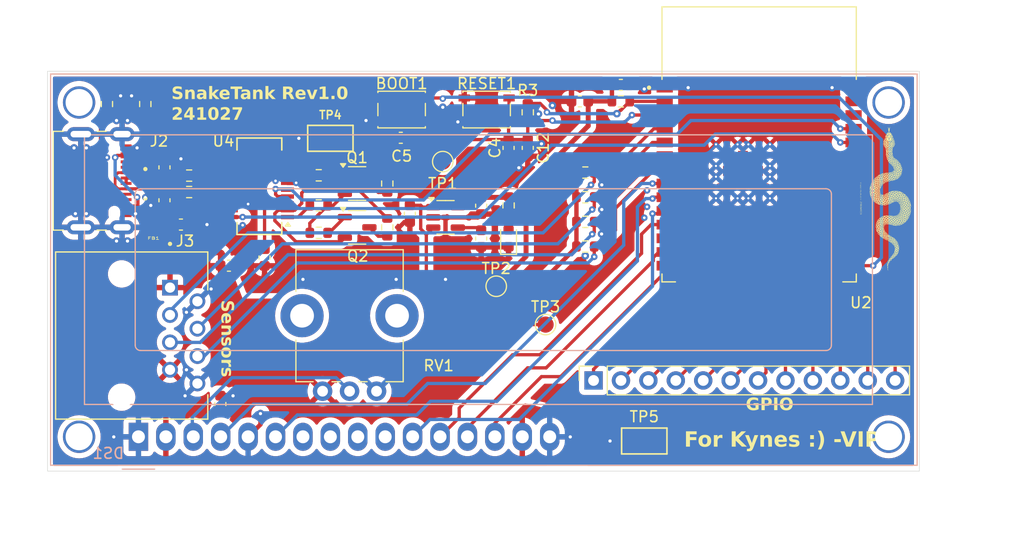
<source format=kicad_pcb>
(kicad_pcb (version 20240108) (generator "pcbnew") (generator_version "8.0")
  (layers (0 "F.Cu" signal) (1 "In1.Cu" signal) (2 "In2.Cu" signal) (31 "B.Cu" signal) (34 "B.Paste" user) (35 "F.Paste" user) (36 "B.SilkS" user "B.Silkscreen") (37 "F.SilkS" user "F.Silkscreen") (38 "B.Mask" user) (39 "F.Mask" user) (44 "Edge.Cuts" user))
  (net 0 "")
  (net 1 "GND")
  (net 2 "+5V")
  (net 3 "+3.3V")
  (net 4 "Net-(U1-BP)")
  (net 5 "/CHIP_PU")
  (net 6 "/GPIO_0")
  (net 7 "Net-(U4-3V3OUT)")
  (net 8 "/USB_P")
  (net 9 "/USB_N")
  (net 10 "Net-(D3-A)")
  (net 11 "Net-(DS1-VO)")
  (net 12 "LCD_E")
  (net 13 "LCD_D6")
  (net 15 "LCD_RS")
  (net 17 "LCD_D7")
  (net 19 "Net-(FB1-Pad2)")
  (net 21 "LCD_D4")
  (net 22 "LCD_D5")
  (net 23 "ESP_3V3")
  (net 24 "/FTDI_UART_RX")
  (net 25 "Net-(J2-CC2)")
  (net 26 "Net-(J2-CC1)")
  (net 27 "Net-(Q1-Pad1)")
  (net 28 "Net-(Q2-Pad1)")
  (net 29 "Net-(Q1-Pad3)")
  (net 30 "Net-(Q2-Pad3)")
  (net 31 "DHT11_3_data")
  (net 32 "IO46")
  (net 33 "IO47")
  (net 34 "DHT11_2_data")
  (net 35 "IO9")
  (net 36 "IO48")
  (net 38 "IO12")
  (net 39 "IO10")
  (net 40 "DHT11_1_data")
  (net 41 "IO14")
  (net 42 "DHT11_4_data")
  (net 43 "IO3")
  (net 44 "/FDTI_UART_TX")
  (net 45 "/FTDI_RTS")
  (net 49 "/FTDI_DTR")
  (net 55 "IO8")
  (net 56 "IO11")
  (net 57 "IO13")
  (net 58 "IO21")
  (net 65 "Net-(Q1-Pad2)")
  (net 71 "IO45")
  (net 72 "/USBN")
  (net 73 "/USBP")
  (footprint "Resistor_SMD:R_0603_1608Metric" (layer "F.Cu") (at 60.706 36.576 -90)
    (property "Reference" "R5" (hide yes))
    (property "Value" "1k")
  )
  (footprint "Resistor_SMD:R_0603_1608Metric" (layer "F.Cu") (at 43.1187 36.576)
    (property "Reference" "R16" (hide yes))
    (property "Value" "0")
  )
  (footprint "Capacitor_SMD:C_0603_1608Metric" (layer "F.Cu") (at 50.722 30.304 180)
    (property "Reference" "C5")
    (property "Value" "0.1uF")
  )
  (footprint "Capacitor_SMD:C_0603_1608Metric" (layer "F.Cu") (at 34.798 42.164)
    (property "Reference" "C14" (hide yes))
    (property "Value" "10uF")
  )
  (footprint "Button_Switch_SMD:SW_SPST_PTS810" (layer "F.Cu") (at 58.674 27.686)
    (property "Reference" "RESET1")
    (property "Value" "~")
  )
  (footprint "LED_SMD:LED_0603_1608Metric" (layer "F.Cu") (at 60.706 39.624 90)
    (property "Reference" "D3" (hide yes))
    (property "Value" "LED")
  )
  (footprint "Capacitor_SMD:C_0603_1608Metric" (layer "F.Cu") (at 28.827 33.047 90)
    (property "Reference" "C8" (hide yes))
    (property "Value" "47pF")
  )
  (footprint "Capacitor_SMD:C_0603_1608Metric" (layer "F.Cu") (at 58.166 39.6495 -90)
    (property "Reference" "C3" (hide yes))
    (property "Value" "10uF")
  )
  (footprint "ESD321DPYR:TVS_ESD321DPYR" (layer "F.Cu") (at 27.557 35.429 -90)
    (property "Reference" "D2" (hide yes))
    (property "Value" "ESD321DPYR")
  )
  (footprint "Resistor_SMD:R_0603_1608Metric" (layer "F.Cu") (at 67.818 38.1)
    (property "Reference" "R13" (hide yes))
    (property "Value" "5K")
  )
  (footprint "Package_SO:SSOP-20_3.9x8.7mm_P0.635mm" (layer "F.Cu") (at 37.6217 34.798 180)
    (property "Reference" "U4")
    (property "Value" "FT231XS")
  )
  (footprint "Resistor_SMD:R_0603_1608Metric" (layer "F.Cu") (at 23.493 27.174 90)
    (property "Reference" "R1" (hide yes))
    (property "Value" "5.1K")
  )
  (footprint "Capacitor_SMD:C_0603_1608Metric" (layer "F.Cu") (at 71.107 25.4)
    (property "Reference" "C10" (hide yes))
    (property "Value" "0.1uF")
  )
  (footprint "Potentiometer_THT:Potentiometer_Bourns_PTV09A-1_Single_Vertical" (layer "F.Cu") (at 48.474 53.802 90)
    (property "Reference" "RV1")
    (property "Value" "R_Potentiometer_US")
  )
  (footprint "Connector_PinSocket_2.54mm:PinSocket_1x12_P2.54mm_Vertical" (layer "F.Cu") (at 68.58 52.807 90)
    (property "Reference" "J1" (hide yes))
    (property "Value" "Conn_01x12")
  )
  (footprint "TestPoint:TestPoint_Pad_D1.5mm" (layer "F.Cu") (at 59.563 44.069)
    (property "Reference" "TP2")
    (property "Value" "3V3_TP")
  )
  (footprint "Capacitor_SMD:C_0603_1608Metric" (layer "F.Cu") (at 62.484 31.242 -90)
    (property "Reference" "C12")
    (property "Value" "1uF")
  )
  (footprint "Resistor_SMD:R_0603_1608Metric" (layer "F.Cu") (at 43.1187 39.116)
    (property "Reference" "R9" (hide yes))
    (property "Value" "10K")
  )
  (footprint "Resistor_SMD:R_0603_1608Metric" (layer "F.Cu") (at 71.107 26.924 180)
    (property "Reference" "R7" (hide yes))
    (property "Value" "0")
  )
  (footprint "Resistor_SMD:R_0603_1608Metric" (layer "F.Cu") (at 49.4687 38.608 90)
    (property "Reference" "R11" (hide yes))
    (property "Value" "0")
  )
  (footprint "TestPoint:TestPoint_Pad_D1.5mm" (layer "F.Cu") (at 54.61 32.512)
    (property "Reference" "TP1")
    (property "Value" "CHIP_PU_TP")
  )
  (footprint "Package_TO_SOT_SMD:SOT-23-5" (layer "F.Cu") (at 54.864 37.6835)
    (property "Reference" "U1" (hide yes))
    (property "Value" "LP2985-3.3")
  )
  (footprint "Resistor_SMD:R_0603_1608Metric" (layer "F.Cu") (at 43.1187 33.782)
    (property "Reference" "R8" (hide yes))
    (property "Value" "10K")
  )
  (footprint "Resistor_SMD:R_0603_1608Metric" (layer "F.Cu") (at 67.818 33.528)
    (property "Reference" "R15" (hide yes))
    (property "Value" "5K")
  )
  (footprint "TestPoint:TestPoint_Keystone_5019_Minature" (layer "F.Cu") (at 44.196 30.353)
    (property "Reference" "TP4")
    (property "Value" "GND_TP")
  )
  (footprint "Package_TO_SOT_SMD:SOT-23-3" (layer "F.Cu") (at 46.6747 38.608)
    (property "Reference" "Q2")
    (property "Value" "L8050QLT1G")
  )
  (footprint "Capacitor_SMD:C_0603_1608Metric" (layer "F.Cu") (at 58.166 36.6015 -90)
    (property "Reference" "C2" (hide yes))
    (property "Value" "1uF")
  )
  (footprint "TestPoint:TestPoint_Pad_D1.5mm" (layer "F.Cu") (at 64.135 47.625 90)
    (property "Reference" "TP3")
    (property "Value" "USB_5V_TP")
  )
  (footprint "Capacitor_SMD:C_0603_1608Metric" (layer "F.Cu") (at 60.706 31.242 -90)
    (property "Reference" "C4")
    (property "Value" "0.1uF")
  )
  (footprint "Resistor_SMD:R_0603_1608Metric" (layer "F.Cu") (at 31.113 33.809 180)
    (property "Reference" "R6" (hide yes))
    (property "Value" "47")
  )
  (footprint "ESP32-S3-WROOM-1-N8:XCVR_ESP32-S3-WROOM-1-N8" (layer "F.Cu") (at 83.92 30.914)
    (property "Reference" "U2")
    (property "Value" "ESP32-S3-WROOM-1-N8")
  )
  (footprint "Capacitor_SMD:C_0603_1608Metric" (layer "F.Cu") (at 51.562 37.338 -90)
    (property "Reference" "C1" (hide yes))
    (property "Value" "1uF")
  )
  (footprint "Resistor_SMD:R_0603_1608Metric" (layer "F.Cu") (at 67.818 40.386)
    (property "Reference" "R12" (hide yes))
    (property "Value" "5K")
  )
  (footprint "graphics:snakeLogo" (layer "F.Cu") (at 95.883799 35.935721 -90)
    (property "Reference" "G***" (hide yes))
    (property "Value" "LOGO" (hide yes))
  )
  (footprint "Capacitor_SMD:C_0603_1608Metric" (layer "F.Cu") (at 67.31 26.924 180)
    (property "Reference" "C11" (hide yes))
    (property "Value" "10uF")
  )
  (footprint "Capacitor_SMD:C_0603_1608Metric" (layer "F.Cu") (at 38.1 41.402 -90)
    (property "Reference" "C7" (hide yes))
    (property "Value" "100nF")
  )
  (footprint "Capacitor_SMD:C_0603_1608Metric" (layer "F.Cu") (at 34.004 54.991 90)
    (property "Reference" "C13" (hide yes))
    (property "Value" "10uF")
  )
  (footprint "RJE88:AMPHENOL_RJE881880100" (layer "F.Cu") (at 24.86 48.641 -90)
    (property "Reference" "J3")
    (property "Value" "RJ45")
  )
  (footprint "Resistor_SMD:R_0603_1608Metric" (layer "F.Cu") (at 62.484 27.94 -90)
    (property "Reference" "R3")
    (property "Value" "10K")
  )
  (footprint "FerriteBead:BEADC0603X33N" (layer "F.Cu") (at 27.811 38.604 90)
    (property "Reference" "FB1")
    (property "Value" "FerriteBead")
  )
  (footprint "ESD321DPYR:TVS_ESD321DPYR" (layer "F.Cu") (at 27.557 33.7018 90)
    (property "Reference" "D1" (hide yes))
    (property "Value" "ESD321DPYR")
  )
  (footprint "Resistor_SMD:R_0603_1608Metric" (layer "F.Cu") (at 31.113 35.333)
    (property "Reference" "R4" (hide yes))
    (property "Value" "47")
  )
  (footprint "Button_Switch_SMD:SW_SPST_PTS810" (layer "F.Cu") (at 50.8 27.686)
    (property "Reference" "BOOT1")
    (property "Value" "~")
  )
  (footprint "Package_TO_SOT_SMD:SOT-23-3" (layer "F.Cu") (at 46.6747 34.544)
    (property "Reference" "Q1")
    (property "Value" "L8050QLT1G")
  )
  (footprint "Capacitor_SMD:C_0603_1608Metric" (layer "F.Cu") (at 28.827 36.095 -90)
    (property "Reference" "C9" (hide yes))
    (property "Value" "47pF")
  )
  (footprint "TestPoint:TestPoint_Keystone_5019_Minature" (layer "F.Cu") (at 73.279 58.42)
    (property "Reference" "TP5")
    (property "Value" "GND_TP")
  )
  (footprint "Resistor_SMD:R_0603_1608Metric" (layer "F.Cu") (at 67.818 35.814)
    (property "Reference" "R14" (hide yes))
    (property "Value" "5K")
  )
  (footprint "Capacitor_SMD:C_0603_1608Metric" (layer "F.Cu") (at 30.351 38.35)
    (property "Reference" "C6" (hide yes))
    (property "Value" "10nF")
  )
  (footprint "Resistor_SMD:R_0603_1608Metric" (layer "F.Cu") (at 49.4687 34.544 90)
    (property "Reference" "R10" (hide yes))
    (property "Value" "0")
  )
  (footprint "Connector_USB:USB_C_Receptacle_JAE_DX07S016JA1R1500" (layer "F.Cu") (at 22.223 34.286 -90)
    (property "Reference" "J2")
    (property "Value" "USB_C_Receptacle_USB2.0_16P")
  )
  (footprint "Resistor_SMD:R_0603_1608Metric" (layer "F.Cu") (at 27.049 27.174 90)
    (property "Reference" "R2" (hide yes))
    (property "Value" "5.1K")
  )
  (footprint "Display:WC1602A" (layer "B.Cu") (at 26.416 58.0295)
    (property "Reference" "DS1")
    (property "Value" "WC1602A")
  )
  (gr_rect (start 17.994 24.13) (end 98.766 61.214) (stroke (width 0.05)) (fill none) (layer "Edge.Cuts"))
  (gr_text "SnakeTank Rev1.0\n241027" (at 29.464 28.829 0) (layer "F.SilkS") (effects (font (size 1.143 1.143) (thickness 0.28575) (bold yes)) (justify left bottom)))
  (gr_text "Sensors" (at 33.909 45.339 270) (layer "F.SilkS") (effects (font (size 1.143 1.143) (thickness 0.28575) (bold yes)) (justify left bottom)))
  (gr_text "GPIO" (at 82.677 55.753 0) (layer "F.SilkS") (effects (font (size 1.143 1.143) (thickness 0.28575) (bold yes)) (justify left bottom)))
  (gr_text "For Kynes :) -VIP" (at 76.962 59.182 0) (layer "F.SilkS") (effects (font (size 1.397 1.397) (thickness 0.28575) (bold yes)) (justify left bottom)))
  (segment (start 23.493 26.349) (end 24.7 26.349) (width 0.2) (layer "F.Cu") (net 1))
  (segment (start 38.1 42.926) (end 38.1 42.177) (width 0.3048) (layer "F.Cu") (net 1))
  (segment (start 27.557 32.387) (end 27.686 32.258) (width 0.4064) (layer "F.Cu") (net 1))
  (segment (start 26.108 37.386) (end 26.148236 37.345764) (width 0.3048) (layer "F.Cu") (net 1))
  (segment (start 35.8979 35.1155) (end 35.0217 35.1155) (width 0.4064) (layer "F.Cu") (net 1))
  (segment (start 27.557 33.3518) (end 27.557 32.387) (width 0.4064) (layer "F.Cu") (net 1))
  (segment (start 51.562 38.113) (end 51.067 38.113) (width 0.4064) (layer "F.Cu") (net 1))
  (segment (start 35.166 54.216) (end 35.179 54.229) (width 0.4064) (layer "F.Cu") (net 1))
  (segment (start 64.5255 58.039) (end 64.516 58.0295) (width 0.4064) (layer "F.Cu") (net 1))
  (segment (start 57.859 37.6835) (end 58.166 37.3765) (width 0.4064) (layer "F.Cu") (net 1))
  (segment (start 36.576 36.449) (end 36.576 35.7936) (width 0.4064) (layer "F.Cu") (net 1))
  (segment (start 51.067 38.113) (end 50.546 38.634) (width 0.4064) (layer "F.Cu") (net 1))
  (segment (start 80.418 33.374) (end 80.391 33.401) (width 0.4064) (layer "F.Cu") (net 1))
  (segment (start 53.7265 37.6835) (end 54.864 37.6835) (width 0.4064) (layer "F.Cu") (net 1))
  (segment (start 72.149 25.4) (end 72.898 25.4) (width 0.3048) (layer "F.Cu") (net 1))
  (segment (start 71.895 25.4) (end 72.149 25.146) (width 0.3048) (layer "F.Cu") (net 1))
  (segment (start 28.081 32.272) (end 28.827 32.272) (width 0.4064) (layer "F.Cu") (net 1))
  (segment (start 50.546 38.634) (end 50.546 43.18) (width 0.4064) (layer "F.Cu") (net 1))
  (segment (start 72.898 25.4) (end 73.406 24.892) (width 0.3048) (layer "F.Cu") (net 1))
  (segment (start 50.546 43.18) (end 50.292 43.434) (width 0.4064) (layer "F.Cu") (net 1))
  (segment (start 82.42 31.974) (end 82.42 31.372) (width 0.4064) (layer "F.Cu") (net 1))
  (segment (start 82.42 31.372) (end 82.423 31.369) (width 0.4064) (layer "F.Cu") (net 1))
  (segment (start 54.864 37.6835) (end 57.859 37.6835) (width 0.4064) (layer "F.Cu") (net 1))
  (segment (start 48.725 29.082) (end 49.947 30.304) (width 0.4064) (layer "F.Cu") (net 1))
  (segment (start 39.751 28.067) (end 42.672 28.067) (width 0.4064) (layer "F.Cu") (net 1))
  (segment (start 27.686 32.258) (end 28.067 32.258) (width 0.4064) (layer "F.Cu") (net 1))
  (segment (start 41.026531 34.4805) (end 40.2217 34.4805) (width 0.4064) (layer "F.Cu") (net 1))
  (segment (start 27.559 35.781) (end 27.557 35.779) (width 0.4064) (layer "F.Cu") (net 1))
  (segment (start 24.13 58.039) (end 26.4065 58.039) (width 0.4064) (layer "F.Cu") (net 1))
  (segment (start 28.067 32.258) (end 28.081 32.272) (width 0.4064) (layer "F.Cu") (net 1))
  (segment (start 24.7 26.349) (end 24.763 26.412) (width 0.2) (layer "F.Cu") (net 1))
  (segment (start 37.96 43.066) (end 38.1 42.926) (width 0.3048) (layer "F.Cu") (net 1))
  (segment (start 47.498 28.702) (end 48.666 28.702) (width 0.4064) (layer "F.Cu") (net 1))
  (segment (start 37.719 56.8865) (end 36.576 58.0295) (width 0.4064) (layer "F.Cu") (net 1))
  (segment (start 25.842 26.349) (end 25.779 26.412) (width 0.2) (layer "F.Cu") (net 1))
  (segment (start 82.42 35.43) (end 82.423 35.433) (width 0.4064) (layer "F.Cu") (net 1))
  (segment (start 84.428 33.374) (end 84.455 33.401) (width 0.4064) (layer "F.Cu") (net 1))
  (segment (start 34.004 54.216) (end 35.166 54.216) (width 0.4064) (layer "F.Cu") (net 1))
  (segment (start 56.599 28.761) (end 56.599 26.611) (width 0.4064) (layer "F.Cu") (net 1))
  (segment (start 26.235 31.186) (end 25.273 31.186) (width 0.3048) (layer "F.Cu") (net 1))
  (segment (start 48.725 28.761) (end 48.725 29.082) (width 0.4064) (layer "F.Cu") (net 1))
  (segment (start 70.739 58.42) (end 73.914 58.42) (width 0.4064) (layer "F.Cu") (net 1))
  (segment (start 48.725 28.761) (end 48.725 26.611) (width 0.4064) (layer "F.Cu") (net 1))
  (segment (start 54.864 37.6835) (end 54.864 43.434) (width 0.4064) (layer "F.Cu") (net 1))
  (segment (start 27.559 36.576) (end 27.559 35.781) (width 0.4064) (layer "F.Cu") (net 1))
  (segment (start 27.049 26.349) (end 25.842 26.349) (width 0.2) (layer "F.Cu") (net 1))
  (segment (start 74.93 24.892) (end 75.17 25.132) (width 0.3048) (layer "F.Cu") (net 1))
  (segment (start 82.42 34.774) (end 82.42 35.43) (width 0.4064) (layer "F.Cu") (net 1))
  (segment (start 37.719 55.88) (end 37.719 56.8865) (width 0.4064) (layer "F.Cu") (net 1))
  (segment (start 73.406 24.892) (end 74.93 24.892) (width 0.3048) (layer "F.Cu") (net 1))
  (segment (start 48.666 28.702) (end 48.725 28.761) (width 0.4064) (layer "F.Cu") (net 1))
  (segment (start 75.17 25.132) (end 75.17 25.654) (width 0.3048) (layer "F.Cu") (net 1))
  (segment (start 26.287 31.238) (end 26.235 31.186) (width 0.3048) (layer "F.Cu") (net 1))
  (segment (start 25.273 37.386) (end 26.108 37.386) (width 0.3048) (layer "F.Cu") (net 1))
  (segment (start 83.82 33.374) (end 84.428 33.374) (width 0.4064) (layer "F.Cu") (net 1))
  (segment (start 36.576 35.7936) (end 35.8979 35.1155) (width 0.4064) (layer "F.Cu") (net 1))
  (segment (start 66.421 58.039) (end 64.5255 58.039) (width 0.4064) (layer "F.Cu") (net 1))
  (segment (start 26.4065 58.039) (end 26.416 58.0295) (width 0.4064) (layer "F.Cu") (net 1))
  (via (at 30.861 51.816) (size 0.7) (drill 0.3) (layers "F.Cu" "B.Cu") (net 1))
  (via (at 21.59 37.338) (size 0.7) (drill 0.3) (layers "F.Cu" "B.Cu") (net 1))
  (via (at 32.764 38.35) (size 0.7) (drill 0.3) (layers "F.Cu" "B.Cu") (net 1))
  (via (at 25.4 28.702) (size 0.7) (drill 0.3) (layers "F.Cu" "B.Cu") (net 1))
  (via (at 41.656 43.434) (size 0.7) (drill 0.3) (layers "F.Cu" "B.Cu") (net 1))
  (via (at 56.007 28.829) (size 0.7) (drill 0.3) (layers "F.Cu" "B.Cu") (net 1))
  (via (at 30.351 32.254) (size 0.7) (drill 0.3) (layers "F.Cu" "B.Cu") (net 1))
  (via (at 73.279 25.781) (size 0.7) (drill 0.3) (layers "F.Cu" "B.Cu") (net 1))
  (via (at 70.104 58.42) (size 0.7) (drill 0.3) (layers "F.Cu" "B.Cu") (net 1))
  (via (at 47.498 28.702) (size 0.7) (drill 0.3) (layers "F.Cu" "B.Cu") (net 1))
  (via (at 37.719 55.88) (size 0.7) (drill 0.3) (layers "F.Cu" "B.Cu") (net 1))
  (via (at 39.114946 34.299628) (size 0.6) (drill 0.25) (layers "F.Cu" "B.Cu") (net 1))
  (via (at 27.559 36.576) (size 0.7) (drill 0.3) (layers "F.Cu" "B.Cu") (net 1))
  (via (at 27.051 35.814) (size 0.6) (drill 0.25) (layers "F.Cu" "B.Cu") (net 1))
  (via (at 64.77 27.305) (size 0.7) (drill 0.3) (layers "F.Cu" "B.Cu") (net 1))
  (via (at 66.421 58.039) (size 0.7) (drill 0.3) (layers "F.Cu" "B.Cu") (net 1))
  (via (at 24.763 26.412) (size 0.7) (drill 0.3) (layers "F.Cu" "B.Cu") (net 1))
  (via (at 20.447 31.242) (size 0.7) (drill 0.3) (layers "F.Cu" "B.Cu") (net 1))
  (via (at 73.533 35.179) (size 0.6) (drill 0.25) (layers "F.Cu" "B.Cu") (net 1))
  (via (at 77.343 25.654) (size 0.7) (drill 0.3) (layers "F.Cu" "B.Cu") (net 1))
  (via (at 67.809386 41.246586) (size 0.7) (drill 0.3) (layers "F.Cu" "B.Cu") (net 1))
  (via (at 41.275 30.353) (size 0.7) (drill 0.3) (layers "F.Cu" "B.Cu") (net 1))
  (via (at 61.6585 33.0835) (size 0.7) (drill 0.3) (layers "F.Cu" "B.Cu") (net 1))
  (via (at 23.495 32.131) (size 0.6) (drill 0.25) (layers "F.Cu" "B.Cu") (net 1))
  (via (at 24.13 58.039) (size 0.7) (drill 0.3) (layers "F.Cu" "B.Cu") (net 1))
  (via (at 41.026531 34.4805) (size 0.6) (drill 0.25) (layers "F.Cu" "B.Cu") (net 1))
  (via (at 63.47518 28.097364) (size 0.7) (drill 0.3) (layers "F.Cu" "B.Cu") (net 1))
  (via (at 54.864 43.434) (size 0.7) (drill 0.3) (layers "F.Cu" "B.Cu") (net 1))
  (via (at 33.147 44.323) (size 0.7) (drill 0.3) (layers "F.Cu" "B.Cu") (net 1))
  (via (at 63.754 30.861) (size 0.7) (drill 0.3) (layers "F.Cu" "B.Cu") (net 1))
  (via (at 26.287 31.238) (size 0.7) (drill 0.3) (layers "F.Cu" "B.Cu") (net 1))
  (via (at 20.574 37.338) (size 0.7) (drill 0.3) (layers "F.Cu" "B.Cu") (net 1))
  (via (at 25.4 39.878) (size 0.7) (drill 0.3) (layers "F.Cu" "B.Cu") (net 1))
  (via (at 24.384 28.702) (size 0.7) (drill 0.3) (layers "F.Cu" "B.Cu") (net 1))
  (via (at 73.533 36.703) (size 0.6) (drill 0.25) (layers "F.Cu" "B.Cu") (net 1))
  (via (at 30.861 46.482) (size 0.7) (drill 0.3) (layers "F.Cu" "B.Cu") (net 1))
  (via (at 54.61 27.472403) (size 0.7) (drill 0.3) (layers "F.Cu" "B.Cu") (net 1))
  (via (at 36.068 38.407903) (size 0.6) (drill 0.25) (layers "F.Cu" "B.Cu") (net 1))
  (via (at 21.59 31.242) (size 0.7) (drill 0.3) (layers "F.Cu" "B.Cu") (net 1))
  (via (at 69.323486 39.224486) (size 0.7) (drill 0.3) (layers "F.Cu" "B.Cu") (net 1))
  (via (at 73.279 37.719) (size 0.6) (drill 0.25) (layers "F.Cu" "B.Cu") (net 1))
  (via (at 25.779 26.412) (size 0.7) (drill 0.3) (layers "F.Cu" "B.Cu") (net 1))
  (via (at 26.148236 37.345764) (size 0.7) (drill 0.3) (layers "F.Cu" "B.Cu") (net 1))
  (via (at 30.734 54.229) (size 0.7) (drill 0.3) (layers "F.Cu" "B.Cu") (net 1))
  (via (at 24.384 39.878) (size 0.7) (drill 0.3) (layers "F.Cu" "B.Cu") (net 1))
  (via (at 69.342 36.957) (size 0.7) (drill 0.3) (layers "F.Cu" "B.Cu") (net 1))
  (via (at 90.678 25.654) (size 0.7) (drill 0.3) (layers "F.Cu" "B.Cu") (net 1))
  (via (at 69.342 34.671) (size 0.7) (drill 0.3) (layers "F.Cu" "B.Cu") (net 1))
  (via (at 36.576 36.449) (size 0.6) (drill 0.25) (layers "F.Cu" "B.Cu") (net 1))
  (via (at 50.292 43.434) (size 0.7) (drill 0.3) (layers "F.Cu" "B.Cu") (net 1))
  (via (at 35.179 54.229) (size 0.7) (drill 0.3) (layers "F.Cu" "B.Cu") (net 1))
  (segment (start 51.562 36.563) (end 52.565 36.563) (width 0.3048) (layer "F.Cu") (net 2))
  (segment (start 31.5368 37.08) (end 30.097 37.08) (width 0.4064) (layer "F.Cu") (net 2))
  (segment (start 53.086 39.274) (end 53.086 45.72) (width 0.3048) (layer "F.Cu") (net 2))
  (segment (start 29.576 37.601) (end 29.576 38.35) (width 0.4064) (layer "F.Cu") (net 2))
  (segment (start 66.993 33.528) (end 66.993 40.449) (width 0.4064) (layer "F.Cu") (net 2))
  (segment (start 58.674 48.768) (end 58.42 48.768) (width 0.4064) (layer "F.Cu") (net 2))
  (segment (start 34.0995 34.4805) (end 33.909 34.671) (width 0.4064) (layer "F.Cu") (net 2))
  (segment (start 52.565 38.753) (end 53.086 39.274) (width 0.3048) (layer "F.Cu") (net 2))
  (segment (start 52.7355 36.7335) (end 53.7265 36.7335) (width 0.3048) (layer "F.Cu") (net 2))
  (segment (start 29.0098 38.9162) (end 27.811 38.9162) (width 0.4064) (layer "F.Cu") (net 2))
  (segment (start 29.0098 41.3268) (end 29.081 41.398) (width 0.4064) (layer "F.Cu") (net 2))
  (segment (start 64.135 47.625) (end 60.071 47.625) (width 0.3048) (layer "F.Cu") (net 2))
  (segment (start 59.944 47.498) (end 58.674 48.768) (width 0.4064) (layer "F.Cu") (net 2))
  (segment (start 52.565 36.563) (end 52.565 38.753) (width 0.3048) (layer "F.Cu") (net 2))
  (segment (start 33.909 34.671) (end 33.909 34.7078) (width 0.4064) (layer "F.Cu") (net 2))
  (segment (start 35.0217 34.4805) (end 34.0995 34.4805) (width 0.4064) (layer "F.Cu") (net 2))
  (segment (start 29.576 38.35) (end 29.0098 38.9162) (width 0.4064) (layer "F.Cu") (net 2))
  (segment (start 30.097 37.08) (end 29.576 37.601) (width 0.4064) (layer "F.Cu") (net 2))
  (segment (start 29.0098 38.9162) (end 29.0098 41.3268) (width 0.4064) (layer "F.Cu") (net 2))
  (segment (start 33.909 34.7078) (end 31.5368 37.08) (width 0.4064) (layer "F.Cu") (net 2))
  (segment (start 53.7265 38.6335) (end 53.086 39.274) (width 0.3048) (layer "F.Cu") (net 2))
  (segment (start 52.565 36.563) (end 52.7355 36.7335) (width 0.3048) (layer "F.Cu") (net 2))
  (segment (start 66.993 40.449) (end 59.944 47.498) (width 0.4064) (layer "F.Cu") (net 2))
  (segment (start 60.071 47.625) (end 59.944 47.498) (width 0.3048) (layer "F.Cu") (net 2))
  (segment (start 68.085 26.924) (end 68.085 29.197) (width 0.4572) (layer "F.Cu") (net 3))
  (segment (start 56.3755 35.8265) (end 58.166 35.8265) (width 0.4572) (layer "F.Cu") (net 3))
  (segment (start 70.282 26.924) (end 70.282 25.45) (width 0.4064) (layer "F.Cu") (net 3))
  (segment (start 62.3255 34.9565) (end 62.3255 41.3065) (width 0.4572) (layer "F.Cu") (net 3))
  (segment (start 56.0015 36.7335) (end 56.0015 36.2005) (width 0.4572) (layer "F.Cu") (net 3))
  (segment (start 60.6305 35.8265) (end 60.706 35.751) (width 0.4064) (layer "F.Cu") (net 3))
  (segment (start 56.0015 36.2005) (end 56.3755 35.8265) (width 0.4572) (layer "F.Cu") (net 3))
  (segment (start 68.085 26.924) (end 70.282 26.924) (width 0.4064) (layer "F.Cu") (net 3))
  (segment (start 70.282 25.45) (end 70.332 25.4) (width 0.4064) (layer "F.Cu") (net 3))
  (segment (start 60.769 35.814) (end 60.706 35.751) (width 0.4572) (layer "F.Cu") (net 3))
  (segment (start 62.3255 35.814) (end 60.769 35.814) (width 0.4572) (layer "F.Cu") (net 3))
  (segment (start 68.085 29.197) (end 62.3255 34.9565) (width 0.4572) (layer "F.Cu") (net 3))
  (segment (start 58.166 35.8265) (end 60.6305 35.8265) (width 0.4572) (layer "F.Cu") (net 3))
  (segment (start 62.3255 41.3065) (end 59.563 44.069) (width 0.4572) (layer "F.Cu") (net 3))
  (segment (start 56.0015 38.6335) (end 57.925 38.6335) (width 0.3048) (layer "F.Cu") (net 4))
  (segment (start 57.925 38.6335) (end 58.166 38.8745) (width 0.3048) (layer "F.Cu") (net 4))
  (segment (start 60.749 26.611) (end 60.749 28.761) (width 0.3048) (layer "F.Cu") (net 5))
  (segment (start 62.484 28.765) (end 62.484 30.467) (width 0.3048) (layer "F.Cu") (net 5))
  (segment (start 63.8162 28.702) (end 63.7532 28.765) (width 0.3048) (layer "F.Cu") (net 5))
  (segment (start 75.17 28.194) (end 75.1078 28.2562) (width 0.3048) (layer "F.Cu") (net 5))
  (segment (start 49.4687 33.719) (end 50.2915 33.719) (width 0.3048) (layer "F.Cu") (net 5))
  (segment (start 50.2915 33.719) (end 51.4985 32.512) (width 0.3048) (layer "F.Cu") (net 5))
  (segment (start 60.706 30.467) (end 62.484 30.467) (width 0.3048) (layer "F.Cu") (net 5))
  (segment (start 64.77 28.702) (end 63.8162 28.702) (width 0.3048) (layer "F.Cu") (net 5))
  (segment (start 62.226 28.761) (end 62.23 28.765) (width 0.3048) (layer "F.Cu") (net 5))
  (segment (start 63.7532 28.765) (end 62.484 28.765) (width 0.3048) (layer "F.Cu") (net 5))
  (segment (start 54.165 32.957) (end 54.61 32.512) (width 0.3048) (layer "F.Cu") (net 5))
  (segment (start 56.655 30.467) (end 60.706 30.467) (width 0.3048) (layer "F.Cu") (net 5))
  (segment (start 72.136 28.194) (end 75.17 28.194) (width 0.3048) (layer "F.Cu") (net 5))
  (segment (start 60.706 28.804) (end 60.749 28.761) (width 0.3048) (layer "F.Cu") (net 5))
  (segment (start 51.4985 32.512) (end 54.61 32.512) (width 0.3048) (layer "F.Cu") (net 5))
  (segment (start 54.61 32.512) (end 56.655 30.467) (width 0.3048) (layer "F.Cu") (net 5))
  (segment (start 60.706 30.467) (end 60.706 28.804) (width 0.3048) (layer "F.Cu") (net 5))
  (via (at 72.136 28.194) (size 0.6) (drill 0.25) (layers "F.Cu" "B.Cu") (net 5))
  (via (at 64.77 28.702) (size 0.6) (drill 0.3) (layers "F.Cu" "B.Cu") (net 5))
  (segment (start 71.4836 28.8464) (end 72.136 28.194) (width 0.3048) (layer "B.Cu") (net 5))
  (segment (start 64.9144 28.8464) (end 71.4836 28.8464) (width 0.3048) (layer "B.Cu") (net 5))
  (segment (start 64.77 28.702) (end 64.9144 28.8464) (width 0.3048) (layer "B.Cu") (net 5))
  (segment (start 51.497 30.304) (end 51.497 27.989) (width 0.3048) (layer "F.Cu") (net 6))
  (segment (start 94.488 42.164) (end 92.67 42.164) (width 0.3048) (layer "F.Cu") (net 6))
  (segment (start 46.7973 35.1116) (end 46.7973 33.5959) (width 0.3048) (layer "F.Cu") (net 6))
  (segment (start 50.559 31.242) (end 51.497 30.304) (width 0.3048) (layer "F.Cu") (net 6))
  (segment (start 52.875 26.611) (end 52.875 28.761) (width 0.3048) (layer "F.Cu") (net 6))
  (segment (start 49.4687 37.783) (end 46.7973 35.1116) (width 0.3048) (layer "F.Cu") (net 6))
  (segment (start 52.875 26.611) (end 54.551 26.611) (width 0.3048) (layer "F.Cu") (net 6))
  (segment (start 54.551 26.611) (end 54.61 26.67) (width 0.3048) (layer "F.Cu") (net 6))
  (segment (start 51.497 27.989) (end 52.875 26.611) (width 0.3048) (layer "F.Cu") (net 6))
  (segment (start 49.1512 31.242) (end 50.559 31.242) (width 0.3048) (layer "F.Cu") (net 6))
  (segment (start 46.7973 33.5959) (end 49.1512 31.242) (width 0.3048) (layer "F.Cu") (net 6))
  (via (at 94.488 42.164) (size 0.6) (drill 0.25) (layers "F.Cu" "B.Cu") (net 6))
  (via (at 54.61 26.67) (size 0.6) (drill 0.3) (layers "F.Cu" "B.Cu") (net 6))
  (segment (start 91.313 26.543) (end 54.737 26.543) (width 0.3048) (layer "B.Cu") (net 6))
  (segment (start 95.25 41.402) (end 95.25 30.48) (width 0.3048) (layer "B.Cu") (net 6))
  (segment (start 54.737 26.543) (end 54.61 26.67) (width 0.3048) (layer "B.Cu") (net 6))
  (segment (start 94.488 42.164) (end 95.25 41.402) (width 0.3048) (layer "B.Cu") (net 6))
  (segment (start 95.25 30.48) (end 91.313 26.543) (width 0.3048) (layer "B.Cu") (net 6))
  (segment (start 38.1 36.717) (end 38.4315 36.3855) (width 0.3048) (layer "F.Cu") (net 7))
  (segment (start 38.4315 36.3855) (end 35.8915 33.8455) (width 0.3048) (layer "F.Cu") (net 7))
  (segment (start 38.1 40.627) (end 38.1 36.717) (width 0.3048) (layer "F.Cu") (net 7))
  (segment (start 35.0217 33.2105) (end 35.0217 33.8455) (width 0.3048) (layer "F.Cu") (net 7))
  (segment (start 35.8915 33.8455) (end 35.0217 33.8455) (width 0.3048) (layer "F.Cu") (net 7))
  (segment (start 40.2217 36.3855) (end 38.4315 36.3855) (width 0.3048) (layer "F.Cu") (net 7))
  (segment (start 30.275 33.822) (end 30.288 33.809) (width 0.3048) (layer "F.Cu") (net 8))
  (segment (start 25.273 34.536) (end 25.273 34.036) (width 0.3048) (layer "F.Cu") (net 8))
  (segment (start 28.5972 34.0518) (end 27.557 34.0518) (width 0.3048) (layer "F.Cu") (net 8))
  (segment (start 28.827 33.822) (end 28.5972 34.0518) (width 0.3048) (layer "F.Cu") (net 8))
  (segment (start 28.827 33.822) (end 30.275 33.822) (width 0.3048) (layer "F.Cu") (net 8))
  (segment (start 25.273 34.036) (end 27.5412 34.036) (width 0.3048) (layer "F.Cu") (net 8))
  (segment (start 27.5412 34.036) (end 27.557 34.0518) (width 0.3048) (layer "F.Cu") (net 8))
  (segment (start 28.586 35.079) (end 28.827 35.32) (width 0.3048) (layer "F.Cu") (net 9))
  (segment (start 28.827 35.32) (end 30.275 35.32) (width 0.3048) (layer "F.Cu") (net 9))
  (segment (start 27.557 35.079) (end 28.586 35.079) (width 0.3048) (layer "F.Cu") (net 9))
  (segment (start 24.538 35.036) (end 25.273 35.036) (width 0.254) (layer "F.Cu") (net 9))
  (segment (start 24.255 33.819) (end 24.255 34.753) (width 0.254) (layer "F.Cu") (net 9))
  (segment (start 25.273 35.036) (end 27.514 35.036) (width 0.3048) (layer "F.Cu") (net 9))
  (segment (start 24.538 33.536) (end 24.255 33.819) (width 0.254) (layer "F.Cu") (net 9))
  (segment (start 25.273 33.536) (end 24.538 33.536) (width 0.254) (layer "F.Cu") (net 9))
  (segment (start 27.514 35.036) (end 27.557 35.079) (width 0.3048) (layer "F.Cu") (net 9))
  (segment (start 30.275 35.32) (end 30.288 35.333) (width 0.3048) (layer "F.Cu") (net 9))
  (segment (start 24.255 34.753) (end 24.538 35.036) (width 0.254) (layer "F.Cu") (net 9))
  (segment (start 60.706 38.8365) (end 60.706 37.401) (width 0.3048) (layer "F.Cu") (net 10))
  (segment (start 44.7216 52.5496) (end 45.974 53.802) (width 0.3048) (layer "B.Cu") (net 11))
  (segment (start 35.0804 52.5496) (end 44.7216 52.5496) (width 0.3048) (layer "B.Cu") (net 11))
  (segment (start 31.4071 56.2229) (end 35.0804 52.5496) (width 0.3048) (layer "B.Cu") (net 11))
  (segment (start 31.4071 57.9247) (end 31.4071 56.2229) (width 0.3048) (layer "B.Cu") (net 11))
  (segment (start 75.17 35.814) (end 74.168 35.814) (width 0.3048) (layer "F.Cu") (net 12))
  (segment (start 74.168 35.814) (end 74.041 35.941) (width 0.3048) (layer "F.Cu") (net 12))
  (via (at 74.041 35.941) (size 0.6) (drill 0.25) (layers "F.Cu" "B.Cu") (net 12))
  (segment (start 53.467 54.737) (end 52.197 56.007) (width 0.3048) (layer "B.Cu") (net 12))
  (segment (start 52.197 56.007) (end 41.1385 56.007) (width 0.3048) (layer "B.Cu") (net 12))
  (segment (start 59.6265 54.737) (end 53.467 54.737) (width 0.3048) (layer "B.Cu") (net 12))
  (segment (start 72.644 41.7195) (end 59.6265 54.737) (width 0.3048) (layer "B.Cu") (net 12))
  (segment (start 74.041 35.941) (end 73.406 35.941) (width 0.3048) (layer "B.Cu") (net 12))
  (segment (start 73.406 35.941) (end 72.644 36.703) (width 0.3048) (layer "B.Cu") (net 12))
  (segment (start 41.1385 56.007) (end 39.116 58.0295) (width 0.3048) (layer "B.Cu") (net 12))
  (segment (start 72.644 36.703) (end 72.644 41.7195) (width 0.3048) (layer "B.Cu") (net 12))
  (segment (start 64.185801 51.638199) (end 62.471301 51.638199) (width 0.3048) (layer "F.Cu") (net 13))
  (segment (start 74.1152 41.7088) (end 64.185801 51.638199) (width 0.3048) (layer "F.Cu") (net 13))
  (segment (start 56.896 57.2135) (end 56.896 58.0295) (width 0.3048) (layer "F.Cu") (net 13))
  (segment (start 62.471301 51.638199) (end 56.896 57.2135) (width 0.3048) (layer "F.Cu") (net 13))
  (segment (start 75.17 40.894) (end 74.6304 40.894) (width 0.3048) (layer "F.Cu") (net 13))
  (segment (start 74.6304 40.894) (end 74.1152 41.4092) (width 0.3048) (layer "F.Cu") (net 13))
  (segment (start 74.1152 41.4092) (end 74.1152 41.7088) (width 0.3048) (layer "F.Cu") (net 13))
  (segment (start 75.17 34.544) (end 74.041 34.544) (width 0.3048) (layer "F.Cu") (net 15))
  (via (at 74.041 34.544) (size 0.6) (drill 0.25) (layers "F.Cu" "B.Cu") (net 15))
  (segment (start 73.025 34.544) (end 71.374 36.195) (width 0.3048) (layer "B.Cu") (net 15))
  (segment (start 37.0587 55.0068) (end 34.036 58.0295) (width 0.3048) (layer "B.Cu") (net 15))
  (segment (start 58.547 53.086) (end 53.213 53.086) (width 0.3048) (layer "B.Cu") (net 15))
  (segment (start 71.374 36.195) (end 71.374 40.259) (width 0.3048) (layer "B.Cu") (net 15))
  (segment (start 74.041 34.544) (end 73.025 34.544) (width 0.3048) (layer "B.Cu") (net 15))
  (segment (start 51.2922 55.0068) (end 37.0587 55.0068) (width 0.3048) (layer "B.Cu") (net 15))
  (segment (start 71.374 40.259) (end 58.547 53.086) (width 0.3048) (layer "B.Cu") (net 15))
  (segment (start 53.213 53.086) (end 51.2922 55.0068) (width 0.3048) (layer "B.Cu") (net 15))
  (segment (start 75.17 42.813) (end 65.532 52.451) (width 0.3048) (layer "F.Cu") (net 17))
  (segment (start 59.436 56.769) (end 59.436 58.0295) (width 0.3048) (layer "F.Cu") (net 17))
  (segment (start 65.532 52.451) (end 63.754 52.451) (width 0.3048) (layer "F.Cu") (net 17))
  (segment (start 75.17 42.164) (end 75.17 42.813) (width 0.3048) (layer "F.Cu") (net 17))
  (segment (start 63.754 52.451) (end 59.436 56.769) (width 0.3048) (layer "F.Cu") (net 17))
  (segment (start 74.676 42.164) (end 75.17 42.164) (width 0.3048) (layer "F.Cu") (net 17))
  (segment (start 26.3645 36.636) (end 26.3645 35.8895) (width 0.3048) (layer "F.Cu") (net 19))
  (segment (start 27.811 38.0825) (end 26.3645 36.636) (width 0.3048) (layer "F.Cu") (net 19))
  (segment (start 24.452915 31.936) (end 24.257083 32.131832) (width 0.3048) (layer "F.Cu") (net 19))
  (segment (start 25.273 31.936) (end 24.452915 31.936) (width 0.3048) (layer "F.Cu") (net 19))
  (segment (start 27.811 38.323) (end 27.811 38.0825) (width 0.3048) (layer "F.Cu") (net 19))
  (segment (start 26.3645 35.8895) (end 26.289 35.814) (width 0.3048) (layer "F.Cu") (net 19))
  (segment (start 26.3645 36.636) (end 25.273 36.636) (width 0.3048) (layer "F.Cu") (net 19))
  (via (at 24.257083 32.131832) (size 0.6) (drill 0.3) (layers "F.Cu" "B.Cu") (net 19))
  (via (at 26.289 35.814) (size 0.6) (drill 0.3) (layers "F.Cu" "B.Cu") (net 19))
  (segment (start 24.257083 32.131832) (end 24.257083 33.782083) (width 0.3048) (layer "B.Cu") (net 19))
  (segment (start 24.257083 33.782083) (end 26.289 35.814) (width 0.3048) (layer "B.Cu") (net 19))
  (segment (start 74.93 37.084) (end 74.676 37.338) (width 0.3048) (layer "F.Cu") (net 21))
  (segment (start 75.17 37.084) (end 74.93 37.084) (width 0.3048) (layer "F.Cu") (net 21))
  (segment (start 74.676 37.338) (end 74.041 37.338) (width 0.3048) (layer "F.Cu") (net 21))
  (via (at 74.041 37.338) (size 0.6) (drill 0.25) (layers "F.Cu" "B.Cu") (net 21))
  (segment (start 53.4208 56.4247) (end 51.816 58.0295) (width 0.3048) (layer "B.Cu") (net 21))
  (segment (start 74.041 37.338) (end 74.041 44.069) (width 0.3048) (layer "B.Cu") (net 21))
  (segment (start 74.041 44.069) (end 61.6853 56.4247) (width 0.3048) (layer "B.Cu") (net 21))
  (segment (start 61.6853 56.4247) (end 53.4208 56.4247) (width 0.3048) (layer "B.Cu") (net 21))
  (segment (start 73.914 38.354) (end 73.025 39.243) (width 0.3048) (layer "F.Cu") (net 22))
  (segment (start 56.134 55.372) (end 56.134 56.2515) (width 0.3048) (layer "F.Cu") (net 22))
  (segment (start 61.087 50.419) (end 56.134 55.372) (width 0.3048) (layer "F.Cu") (net 22))
  (segment (start 56.134 56.2515) (end 54.356 58.0295) (width 0.3048) (layer "F.Cu") (net 22))
  (segment (start 73.025 39.243) (end 73.025 41.021) (width 0.3048) (layer "F.Cu") (net 22))
  (segment (start 75.17 38.354) (end 73.914 38.354) (width 0.3048) (layer "F.Cu") (net 22))
  (segment (start 73.025 41.021) (end 63.627 50.419) (width 0.3048) (layer "F.Cu") (net 22))
  (segment (start 63.627 50.419) (end 61.087 50.419) (width 0.3048) (layer "F.Cu") (net 22))
  (segment (start 70.739 28.067) (end 71.0546 27.7514) (width 0.3048) (layer "F.Cu") (net 23))
  (segment (start 71.932 26.924) (end 75.17 26.924) (width 0.3048) (layer "F.Cu") (net 23))
  (segment (start 64.262 27.94) (end 64.262 27.7514) (width 0.3048) (layer "F.Cu") (net 23))
  (segment (start 71.1046 27.7514) (end 71.932 26.924) (width 0.3048) (layer "F.Cu") (net 23))
  (segment (start 74.916 27.178) (end 75.17 26.924) (width 0.3048) (layer "F.Cu") (net 23))
  (segment (start 64.262 27.7514) (end 63.6256 27.115) (width 0.3048) (layer "F.Cu") (net 23))
  (segment (start 63.6256 27.115) (end 62.484 27.115) (width 0.3048) (layer "F.Cu") (net 23))
  (segment (start 71.0546 27.7514) (end 71.1046 27.7514) (width 0.3048) (layer "F.Cu") (net 23))
  (via (at 70.739 28.067) (size 0.7) (drill 0.3) (layers "F.Cu" "B.Cu") (net 23))
  (via (at 64.262 27.94) (size 0.6) (drill 0.3) (layers "F.Cu" "B.Cu") (net 23))
  (segment (start 64.389 28.067) (end 70.739 28.067) (width 0.3048) (layer "B.Cu") (net 23))
  (segment (start 64.262 27.94) (end 64.389 28.067) (width 0.3048) (layer "B.Cu") (net 23))
  (segment (start 39.121698 35.555298) (end 39.3169 35.7505) (width 0.3048) (layer "F.Cu") (net 24))
  (segment (start 39.3169 35.7505) (end 40.2217 35.7505) (width 0.3048) (layer "F.Cu") (net 24))
  (segment (start 39.121698 35.052) (end 39.121698 35.555298) (width 0.3048) (layer "F.Cu") (net 24))
  (segment (start 92.67 29.464) (end 91.44 29.464) (width 0.3048) (layer "F.Cu") (net 24))
  (via (at 91.44 29.464) (size 0.6) (drill 0.25) (layers "F.Cu" "B.Cu") (net 24))
  (via (at 39.121698 35.052) (size 0.6) (drill 0.25) (layers "F.Cu" "B.Cu") (net 24))
  (segment (start 76.327 29.972) (end 77.597 28.702) (width 0.3048) (layer "B.Cu") (net 24))
  (segment (start 77.597 28.702) (end 90.678 28.702) (width 0.3048) (layer "B.Cu") (net 24))
  (segment (start 58.928 29.972) (end 76.327 29.972) (width 0.3048) (layer "B.Cu") (net 24))
  (segment (start 40.5348 35.052) (end 41.5508 36.068) (width 0.3048) (layer "B.Cu") (net 24))
  (segment (start 90.678 28.702) (end 91.44 29.464) (width 0.3048) (layer "B.Cu") (net 24))
  (segment (start 52.832 36.068) (end 58.928 29.972) (width 0.3048) (layer "B.Cu") (net 24))
  (segment (start 39.121698 35.052) (end 40.5348 35.052) (width 0.3048) (layer "B.Cu") (net 24))
  (segment (start 41.5508 36.068) (end 52.832 36.068) (width 0.3048) (layer "B.Cu") (net 24))
  (segment (start 24.235 35.536) (end 25.273 35.536) (width 0.2286) (layer "F.Cu") (net 25))
  (segment (start 22.86 28.632) (end 22.86 34.161) (width 0.2286) (layer "F.Cu") (net 25))
  (segment (start 23.493 27.999) (end 22.86 28.632) (width 0.2286) (layer "F.Cu") (net 25))
  (segment (start 22.86 34.161) (end 24.235 35.536) (width 0.2286) (layer "F.Cu") (net 25))
  (segment (start 26.033 32.536) (end 27.049 31.52) (width 0.2286) (layer "F.Cu") (net 26))
  (segment (start 25.273 32.536) (end 26.033 32.536) (width 0.2286) (layer "F.Cu") (net 26))
  (segment (start 27.049 31.52) (end 27.049 27.999) (width 0.2286) (layer "F.Cu") (net 26))
  (segment (start 43.9437 33.782) (end 45.3492 33.782) (width 0.3048) (layer "F.Cu") (net 27))
  (segment (start 45.3492 33.782) (end 45.5372 33.594) (width 0.3048) (layer "F.Cu") (net 27))
  (segment (start 43.9437 39.116) (end 44.0792 39.116) (width 0.3048) (layer "F.Cu") (net 28))
  (segment (start 44.0792 39.116) (end 45.5372 37.658) (width 0.3048) (layer "F.Cu") (net 28))
  (segment (start 49.4687 35.369) (end 48.6372 35.369) (width 0.3048) (layer "F.Cu") (net 29))
  (segment (start 48.6372 35.369) (end 47.8122 34.544) (width 0.3048) (layer "F.Cu") (net 29))
  (segment (start 49.4687 39.433) (end 48.6372 39.433) (width 0.3048) (layer "F.Cu") (net 30))
  (segment (start 48.6372 39.433) (end 47.8122 38.608) (width 0.3048) (layer "F.Cu") (net 30))
  (segment (start 69.295157 38.1) (end 68.643 38.1) (width 0.3048) (layer "F.Cu") (net 31))
  (segment (start 73.152 33.331686) (end 70.104 36.379686) (width 0.3048) (layer "F.Cu") (net 31))
  (segment (start 74.168 32.004) (end 73.152 33.02) (width 0.3048) (layer "F.Cu") (net 31))
  (segment (start 75.17 32.004) (end 74.168 32.004) (width 0.3048) (layer "F.Cu") (net 31))
  (segment (start 73.152 33.02) (end 73.152 33.331686) (width 0.3048) (layer "F.Cu") (net 31))
  (segment (start 68.453 39.243) (end 68.643 39.053) (width 0.3048) (layer "F.Cu") (net 31))
  (segment (start 70.104 37.291157) (end 69.295157 38.1) (width 0.3048) (layer "F.Cu") (net 31))
  (segment (start 70.104 36.379686) (end 70.104 37.291157) (width 0.3048) (layer "F.Cu") (net 31))
  (segment (start 68.643 39.053) (end 68.643 38.1) (width 0.3048) (layer "F.Cu") (net 31))
  (via (at 68.453 39.243) (size 0.6) (drill 0.25) (layers "F.Cu" "B.Cu") (net 31))
  (segment (start 40.267331 41.148) (end 32.139331 49.276) (width 0.3048) (layer "B.Cu") (net 31))
  (segment (start 68.453 39.243) (end 66.548 41.148) (width 0.3048) (layer "B.Cu") (net 31))
  (segment (start 32.139331 49.276) (end 29.34 49.276) (width 0.3048) (layer "B.Cu") (net 31))
  (segment (start 66.548 41.148) (end 40.267331 41.148) (width 0.3048) (layer "B.Cu") (net 31))
  (segment (start 71.12 52.807) (end 78.205 45.722) (width 0.3048) (layer "F.Cu") (net 32))
  (segment (start 78.205 45.722) (end 78.205 43.414) (width 0.3048) (layer "F.Cu") (net 32))
  (segment (start 88.365 47.725) (end 88.365 43.414) (width 0.3048) (layer "F.Cu") (net 33))
  (segment (start 91.44 52.807) (end 91.44 50.8) (width 0.3048) (layer "F.Cu") (net 33))
  (segment (start 91.44 50.8) (end 88.365 47.725) (width 0.3048) (layer "F.Cu") (net 33))
  (segment (start 69.342 35.814) (end 72.898 32.258) (width 0.3048) (layer "F.Cu") (net 34))
  (segment (start 72.898 32.258) (end 72.898 31.877) (width 0.3048) (layer "F.Cu") (net 34))
  (segment (start 72.898 31.877) (end 74.041 30.734) (width 0.3048) (layer "F.Cu") (net 34))
  (segment (start 68.643 36.767) (end 68.453 36.957) (width 0.3048) (layer "F.Cu") (net 34))
  (segment (start 68.643 35.814) (end 68.643 36.767) (width 0.3048) (layer "F.Cu") (net 34))
  (segment (start 68.643 35.814) (end 69.342 35.814) (width 0.3048) (layer "F.Cu") (net 34))
  (segment (start 74.041 30.734) (end 75.17 30.734) (width 0.3048) (layer "F.Cu") (net 34))
  (via (at 68.453 36.957) (size 0.6) (drill 0.25) (layers "F.Cu" "B.Cu") (net 34))
  (segment (start 65.278 40.132) (end 39.754 40.132) (width 0.3048) (layer "B.Cu") (net 34))
  (segment (start 39.754 40.132) (end 31.88 48.006) (width 0.3048) (layer "B.Cu") (net 34))
  (segment (start 68.453 36.957) (end 65.278 40.132) (width 0.3048) (layer "B.Cu") (net 34))
  (segment (start 73.66 52.807) (end 79.475 46.992) (width 0.3048) (layer "F.Cu") (net 35))
  (segment (start 79.475 46.992) (end 79.475 43.414) (width 0.3048) (layer "F.Cu") (net 35))
  (segment (start 93.98 52.807) (end 93.98 50.8) (width 0.3048) (layer "F.Cu") (net 36))
  (segment (start 93.98 50.8) (end 89.635 46.455) (width 0.3048) (layer "F.Cu") (net 36))
  (segment (start 89.635 46.455) (end 89.635 43.414) (width 0.3048) (layer "F.Cu") (net 36))
  (segment (start 81.28 52.807) (end 83.285 50.802) (width 0.3048) (layer "F.Cu") (net 38))
  (segment (start 83.285 50.802) (end 83.285 43.414) (width 0.3048) (layer "F.Cu") (net 38))
  (segment (start 76.2 52.807) (end 80.745 48.262) (width 0.3048) (layer "F.Cu") (net 39))
  (segment (start 80.745 48.262) (end 80.745 43.414) (width 0.3048) (layer "F.Cu") (net 39))
  (segment (start 68.643 33.528) (end 68.643 34.37288) (width 0.3048) (layer "F.Cu") (net 40))
  (segment (start 74.168 29.464) (end 75.17 29.464) (width 0.3048) (layer "F.Cu") (net 40))
  (segment (start 70.104 33.528) (end 74.168 29.464) (width 0.3048) (layer "F.Cu") (net 40))
  (segment (start 68.643 33.528) (end 70.104 33.528) (width 0.3048) (layer "F.Cu") (net 40))
  (segment (start 68.643 34.37288) (end 68.34488 34.671) (width 0.3048) (layer "F.Cu") (net 40))
  (via (at 68.34488 34.671) (size 0.6) (drill 0.25) (layers "F.Cu" "B.Cu") (net 40))
  (segment (start 29.34 46.352) (end 29.34 46.736) (width 0.3048) (layer "B.Cu") (net 40))
  (segment (start 36.576 39.116) (end 29.34 46.352) (width 0.3048) (layer "B.Cu") (net 40))
  (segment (start 63.89988 39.116) (end 36.576 39.116) (width 0.3048) (layer "B.Cu") (net 40))
  (segment (start 68.34488 34.671) (end 63.89988 39.116) (width 0.3048) (layer "B.Cu") (net 40))
  (segment (start 86.36 50.8) (end 85.825 50.265) (width 0.3048) (layer "F.Cu") (net 41))
  (segment (start 86.36 52.807) (end 86.36 50.8) (width 0.3048) (layer "F.Cu") (net 41))
  (segment (start 85.825 50.265) (end 85.825 43.414) (width 0.3048) (layer "F.Cu") (net 41))
  (segment (start 69.088 40.386) (end 70.612 38.862) (width 0.3048) (layer "F.Cu") (net 42))
  (segment (start 68.643 41.339) (end 68.643 40.386) (width 0.3048) (layer "F.Cu") (net 42))
  (segment (start 70.612 38.862) (end 70.612 36.840843) (width 0.3048) (layer "F.Cu") (net 42))
  (segment (start 70.612 36.840843) (end 74.178843 33.274) (width 0.3048) (layer "F.Cu") (net 42))
  (segment (start 68.643 40.386) (end 69.088 40.386) (width 0.3048) (layer "F.Cu") (net 42))
  (segment (start 74.178843 33.274) (end 75.17 33.274) (width 0.3048) (layer "F.Cu") (net 42))
  (via (at 68.643 41.339) (size 0.6) (drill 0.25) (layers "F.Cu" "B.Cu") (net 42))
  (segment (start 41.148 41.91) (end 32.512 50.546) (width 0.3048) (layer "B.Cu") (net 42))
  (segment (start 68.072 41.91) (end 41.148 41.91) (width 0.3048) (layer "B.Cu") (net 42))
  (segment (start 32.512 50.546) (end 31.88 50.546) (width 0.3048) (layer "B.Cu") (net 42))
  (segment (start 68.643 41.339) (end 68.072 41.91) (width 0.3048) (layer "B.Cu") (net 42))
  (segment (start 68.58 52.807) (end 68.58 51.769) (width 0.3048) (layer "F.Cu") (net 43))
  (segment (start 68.58 51.769) (end 76.935 43.414) (width 0.3048) (layer "F.Cu") (net 43))
  (segment (start 92.67 30.734) (end 91.44 30.734) (width 0.3048) (layer "F.Cu") (net 44))
  (segment (start 36.068 37.6555) (end 35.0217 37.6555) (width 0.3048) (layer "F.Cu") (net 44))
  (via (at 91.44 30.734) (size 0.6) (drill 0.25) (layers "F.Cu" "B.Cu") (net 44))
  (via (at 36.068 37.6555) (size 0.6) (drill 0.25) (layers "F.Cu" "B.Cu") (net 44))
  (segment (start 90.6582 29.9522) (end 91.44 30.734) (width 0.3048) (layer "B.Cu") (net 44))
  (segment (start 58.012528 37.6555) (end 64.680028 30.988) (width 0.3048) (layer "B.Cu") (net 44))
  (segment (start 64.680028 30.988) (end 78.829972 30.988) (width 0.3048) (layer "B.Cu") (net 44))
  (segment (start 36.068 37.6555) (end 58.012528 37.6555) (width 0.3048) (layer "B.Cu") (net 44))
  (segment (start 78.829972 30.988) (end 79.865772 29.9522) (width 0.3048) (layer "B.Cu") (net 44))
  (segment (start 79.865772 29.9522) (end 90.6582 29.9522) (width 0.3048) (layer "B.Cu") (net 44))
  (segment (start 45.1518 39.9434) (end 41.0048 39.9434) (width 0.3048) (layer "F.Cu") (net 45))
  (segment (start 39.3519 37.0205) (end 40.2217 37.0205) (width 0.3048) (layer "F.Cu") (net 45))
  (segment (start 40.8962 37.0205) (end 40.2217 37.0205) (width 0.3048) (layer "F.Cu") (net 45))
  (segment (start 42.2937 34.6683) (end 42.291 34.671) (width 0.4064) (layer "F.Cu") (net 45))
  (segment (start 41.5413 35.4207) (end 41.5413 36.3754) (width 0.3048) (layer "F.Cu") (net 45))
  (segment (start 39.0547 37.9933) (end 39.0547 37.3177) (width 0.3048) (layer "F.Cu") (net 45))
  (segment (start 41.0048 39.9434) (end 39.0547 37.9933) (width 0.3048) (layer "F.Cu") (net 45))
  (segment (start 45.5372 39.558) (end 45.1518 39.9434) (width 0.3048) (layer "F.Cu") (net 45))
  (segment (start 42.2937 33.782) (end 42.2937 34.6683) (width 0.4064) (layer "F.Cu") (net 45))
  (segment (start 39.0547 37.3177) (end 39.3519 37.0205) (width 0.3048) (layer "F.Cu") (net 45))
  (segment (start 41.5413 36.3754) (end 40.8962 37.0205) (width 0.3048) (layer "F.Cu") (net 45))
  (segment (start 42.291 34.671) (end 41.5413 35.4207) (width 0.3048) (layer "F.Cu") (net 45))
  (segment (start 40.2217 37.6555) (end 41.2142 37.6555) (width 0.3048) (layer "F.Cu") (net 49))
  (segment (start 41.2142 37.6555) (end 42.2937 36.576) (width 0.3048) (layer "F.Cu") (net 49))
  (segment (start 82.015 49.532) (end 82.015 43.414) (width 0.3048) (layer "F.Cu") (net 56))
  (segment (start 78.74 52.807) (end 82.015 49.532) (width 0.3048) (layer "F.Cu") (net 56))
  (segment (start 84.555 52.072) (end 84.555 43.414) (width 0.3048) (layer "F.Cu") (net 57))
  (segment (start 83.82 52.807) (end 84.555 52.072) (width 0.3048) (layer "F.Cu") (net 57))
  (segment (start 87.095 48.995) (end 87.095 43.414) (width 0.3048) (layer "F.Cu") (net 58))
  (segment (start 88.9 50.8) (end 87.095 48.995) (width 0.3048) (layer "F.Cu") (net 58))
  (segment (start 88.9 52.807) (end 88.9 50.8) (width 0.3048) (layer "F.Cu") (net 58))
  (segment (start 42.2937 38.226) (end 43.9437 36.576) (width 0.3048) (layer "F.Cu") (net 65))
  (segment (start 42.2937 39.116) (end 42.2937 38.226) (width 0.3048) (layer "F.Cu") (net 65))
  (segment (start 44.4552 36.576) (end 45.5372 35.494) (width 0.3048) (layer "F.Cu") (net 65))
  (segment (start 43.9437 36.576) (end 44.4552 36.576) (width 0.3048) (layer "F.Cu") (net 65))
  (segment (start 90.905 45.185) (end 90.905 43.414) (width 0.3048) (layer "F.Cu") (net 71))
  (segment (start 96.52 52.807) (end 96.52 50.8) (width 0.3048) (layer "F.Cu") (net 71))
  (segment (start 96.52 50.8) (end 90.905 45.185) (width 0.3048) (layer "F.Cu") (net 71))
  (segment (start 34.1169 32.7057) (end 34.5653 32.7057) (width 0.3048) (layer "F.Cu") (net 72))
  (segment (start 31.938 35.333) (end 34.1169 33.1541) (width 0.3048) (layer "F.Cu") (net 72))
  (segment (start 34.5653 32.7057) (end 34.758999 32.512001) (width 0.3048) (layer "F.Cu") (net 72))
  (segment (start 34.758999 32.512001) (end 34.958201 32.512001) (width 0.3048) (layer "F.Cu") (net 72))
  (segment (start 34.1169 33.1541) (end 34.1169 32.7057) (width 0.3048) (layer "F.Cu") (net 72))
  (segment (start 34.958201 32.512001) (end 35.0217 32.5755) (width 0.3048) (layer "F.Cu") (net 72))
  (segment (start 33.60892 32.495288) (end 34.100209 32.003999) (width 0.3048) (layer "F.Cu") (net 73))
  (segment (start 34.100209 32.003999) (end 34.958201 32.003999) (width 0.3048) (layer "F.Cu") (net 73))
  (segment (start 34.958201 32.003999) (end 35.0217 31.9405) (width 0.3048) (layer "F.Cu") (net 73))
  (segment (start 32.743579 33.809) (end 33.60892 32.943659) (width 0.3048) (layer "F.Cu") (net 73))
  (segment (start 31.938 33.809) (end 32.743579 33.809) (width 0.3048) (layer "F.Cu") (net 73))
  (segment (start 33.60892 32.943659) (end 33.60892 32.495288) (width 0.3048) (layer "F.Cu") (net 73))
  (zone (net 2) (net_name "+5V") (layer "F.Cu") (priority 4) (connect_pads (clearance 0.5)) (min_thickness 0.25) (fill yes (thermal_gap 0.5) (thermal_bridge_width 0.5) (smoothing fillet) (radius 0.508))
    (polygon (pts (xy 24.13 56.134) (xy 24.13 59.182) (xy 25.4 60.706) (xy 64.262 60.706) (xy 68.707 59.817) (xy 68.707 56.515) (xy 60.96 54.61) (xy 58.674 47.498) (xy 52.578 45.212) (xy 36.068 45.212) (xy 34.29 40.64) (xy 27.686 40.64) (xy 25.654 45.212)))
  )
  (zone (net 0) (net_name "") (layer "F.Cu") (name "no gnd") (connect_pads (clearance 0)) (min_thickness 0.25)
    (keepout (tracks allowed) (vias allowed) (pads allowed) (copperpour not_allowed) (footprints allowed))
    (fill (thermal_gap 0.5) (thermal_bridge_width 0.5))
    (polygon (pts (xy 26.289 29.845) (xy 26.416 37.846) (xy 24.257 37.973) (xy 24.257 29.845)))
  )
  (zone (net 1) (net_name "GND") (layer "F.Cu") (name "gnd") (connect_pads (clearance 0.5)) (min_thickness 0.25) (fill yes (thermal_gap 0.5) (thermal_bridge_width 0.5))
    (polygon (pts (xy 15.494 18.034) (xy 100.33 18.034) (xy 100.33 62.738) (xy 15.494 62.738)))
  )
  (zone (net 1) (net_name "GND") (layer "B.Cu") (name "gnd") (connect_pads (clearance 0.5)) (min_thickness 0.25) (fill yes (thermal_gap 0.5) (thermal_bridge_width 0.5))
    (polygon (pts (xy 16.002 19.304) (xy 102.87 19.304) (xy 102.87 63.754) (xy 16.002 63.754)))
  )
)
</source>
